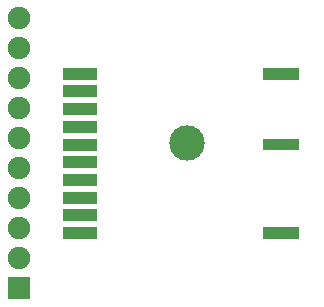
<source format=gbr>
G04 DipTrace 2.4.0.2*
%INTopMask.gbr*%
%MOMM*%
%ADD16R,3.0X1.0*%
%ADD19C,3.0*%
%ADD22C,1.904*%
%ADD24R,1.904X1.904*%
%FSLAX53Y53*%
G04*
G71*
G90*
G75*
G01*
%LNTopMask*%
%LPD*%
D16*
X6500Y20750D3*
Y19250D3*
Y17750D3*
Y16250D3*
Y14750D3*
Y13250D3*
Y11750D3*
Y10250D3*
Y8750D3*
Y7250D3*
G36*
X25000Y20250D2*
X22000D1*
Y21250D1*
X25000D1*
Y20250D1*
G37*
G36*
Y6750D2*
X22000D1*
Y7750D1*
X25000D1*
Y6750D1*
G37*
G36*
Y14250D2*
X22000D1*
Y15250D1*
X25000D1*
Y14250D1*
G37*
D19*
X15500Y14850D3*
D24*
X1300Y2570D3*
D22*
Y5110D3*
Y7650D3*
Y10190D3*
Y12730D3*
Y15270D3*
Y17810D3*
Y20350D3*
Y22890D3*
Y25430D3*
M02*

</source>
